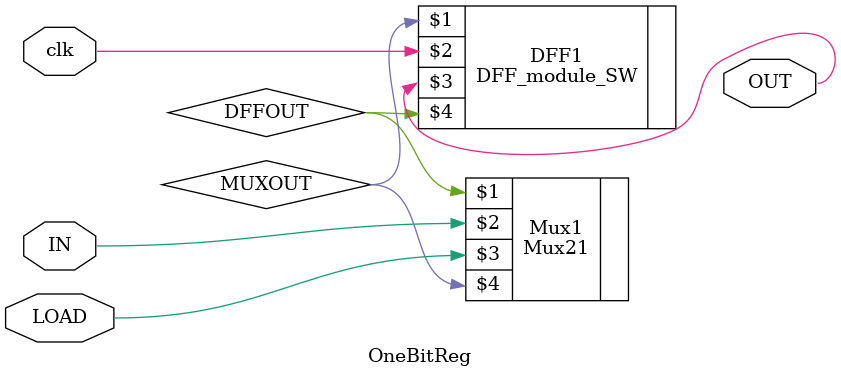
<source format=v>

module OneBitReg (

	input IN,
	input LOAD,
	input clk,
	output wire OUT

);

	wire DFFOUT;
	wire MUXOUT;
	//mux(a,b,sel,out) where a = when load is 1
	Mux21 Mux1(DFFOUT, IN, LOAD,MUXOUT); //DFF is a, as inputs when load = 0
	
	//DFF(in,out,out)
	DFF_module_SW DFF1(MUXOUT, clk, OUT, DFFOUT); //out is output, DFFOUT is feedback loop - they have the same value

	
endmodule

</source>
